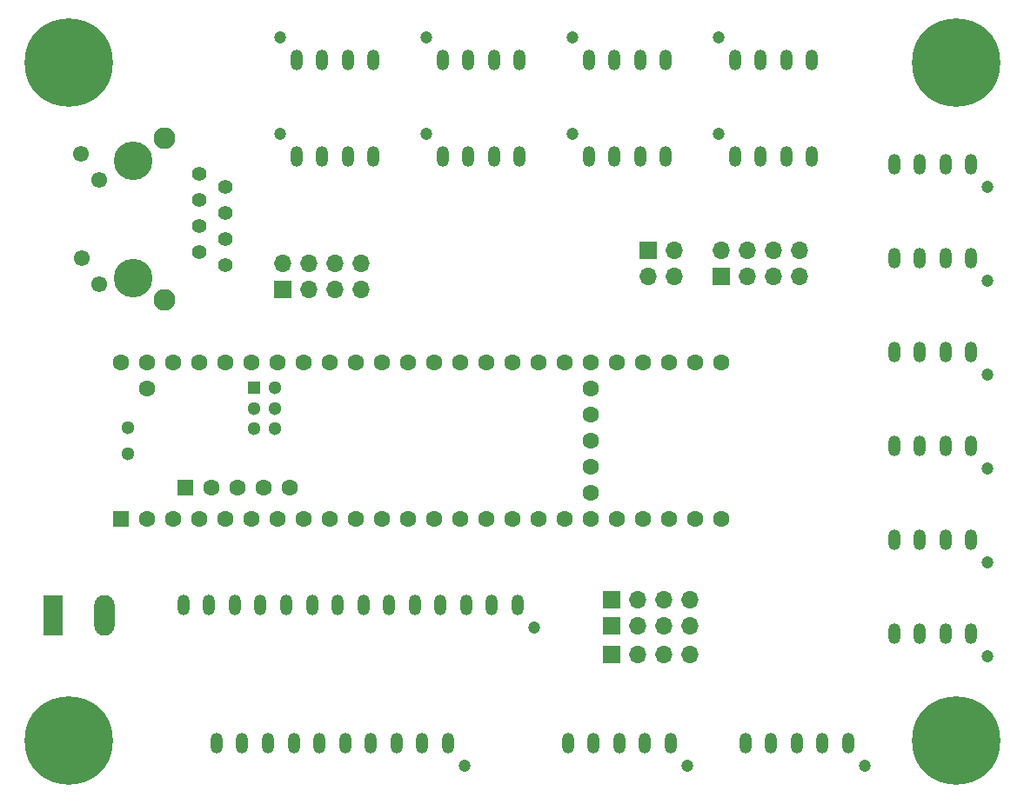
<source format=gbr>
%TF.GenerationSoftware,KiCad,Pcbnew,5.1.9-73d0e3b20d~88~ubuntu20.04.1*%
%TF.CreationDate,2021-02-26T13:03:21-08:00*%
%TF.ProjectId,TeensyMonitorV5,5465656e-7379-44d6-9f6e-69746f725635,rev?*%
%TF.SameCoordinates,Original*%
%TF.FileFunction,Soldermask,Bot*%
%TF.FilePolarity,Negative*%
%FSLAX46Y46*%
G04 Gerber Fmt 4.6, Leading zero omitted, Abs format (unit mm)*
G04 Created by KiCad (PCBNEW 5.1.9-73d0e3b20d~88~ubuntu20.04.1) date 2021-02-26 13:03:21*
%MOMM*%
%LPD*%
G01*
G04 APERTURE LIST*
%ADD10C,1.200000*%
%ADD11O,1.200000X2.000000*%
%ADD12O,1.700000X1.700000*%
%ADD13R,1.700000X1.700000*%
%ADD14C,1.300000*%
%ADD15C,1.600000*%
%ADD16R,1.300000X1.300000*%
%ADD17R,1.600000X1.600000*%
%ADD18C,2.108200*%
%ADD19C,3.759200*%
%ADD20C,1.549400*%
%ADD21C,1.397000*%
%ADD22C,0.900000*%
%ADD23C,8.600000*%
%ADD24O,1.980000X3.960000*%
%ADD25R,1.980000X3.960000*%
G04 APERTURE END LIST*
D10*
%TO.C,J23*%
X158004000Y-75606000D03*
D11*
X156404000Y-73406000D03*
X153904000Y-73406000D03*
X151404000Y-73406000D03*
X148904000Y-73406000D03*
%TD*%
D10*
%TO.C,J22*%
X158004000Y-66462000D03*
D11*
X156404000Y-64262000D03*
X153904000Y-64262000D03*
X151404000Y-64262000D03*
X148904000Y-64262000D03*
%TD*%
D10*
%TO.C,J21*%
X158004000Y-57318000D03*
D11*
X156404000Y-55118000D03*
X153904000Y-55118000D03*
X151404000Y-55118000D03*
X148904000Y-55118000D03*
%TD*%
D10*
%TO.C,J20*%
X158004000Y-48174000D03*
D11*
X156404000Y-45974000D03*
X153904000Y-45974000D03*
X151404000Y-45974000D03*
X148904000Y-45974000D03*
%TD*%
D10*
%TO.C,U50*%
X113862000Y-72812000D03*
D11*
X112262000Y-70612000D03*
X109762000Y-70612000D03*
X107262000Y-70612000D03*
X104762000Y-70612000D03*
X102262000Y-70612000D03*
X99762000Y-70612000D03*
X97262000Y-70612000D03*
X94762000Y-70612000D03*
X92262000Y-70612000D03*
X89762000Y-70612000D03*
X87262000Y-70612000D03*
X84762000Y-70612000D03*
X82262000Y-70612000D03*
X79762000Y-70612000D03*
%TD*%
D10*
%TO.C,J39b1*%
X158004000Y-29886000D03*
D11*
X156404000Y-27686000D03*
X153904000Y-27686000D03*
X151404000Y-27686000D03*
X148904000Y-27686000D03*
%TD*%
D10*
%TO.C,J39a1*%
X158004000Y-39030000D03*
D11*
X156404000Y-36830000D03*
X153904000Y-36830000D03*
X151404000Y-36830000D03*
X148904000Y-36830000D03*
%TD*%
D10*
%TO.C,J55*%
X146046000Y-86274000D03*
D11*
X144446000Y-84074000D03*
X141946000Y-84074000D03*
X139446000Y-84074000D03*
X136946000Y-84074000D03*
X134446000Y-84074000D03*
%TD*%
D10*
%TO.C,J54*%
X128774000Y-86274000D03*
D11*
X127174000Y-84074000D03*
X124674000Y-84074000D03*
X122174000Y-84074000D03*
X119674000Y-84074000D03*
X117174000Y-84074000D03*
%TD*%
D10*
%TO.C,J40*%
X107084000Y-86274000D03*
D11*
X105484000Y-84074000D03*
X102984000Y-84074000D03*
X100484000Y-84074000D03*
X97984000Y-84074000D03*
X95484000Y-84074000D03*
X92984000Y-84074000D03*
X90484000Y-84074000D03*
X87984000Y-84074000D03*
X85484000Y-84074000D03*
X82984000Y-84074000D03*
%TD*%
D10*
%TO.C,J37*%
X131810000Y-24724000D03*
D11*
X133410000Y-26924000D03*
X135910000Y-26924000D03*
X138410000Y-26924000D03*
X140910000Y-26924000D03*
%TD*%
D10*
%TO.C,J36*%
X131810000Y-15326000D03*
D11*
X133410000Y-17526000D03*
X135910000Y-17526000D03*
X138410000Y-17526000D03*
X140910000Y-17526000D03*
%TD*%
D10*
%TO.C,J35*%
X117586000Y-24724000D03*
D11*
X119186000Y-26924000D03*
X121686000Y-26924000D03*
X124186000Y-26924000D03*
X126686000Y-26924000D03*
%TD*%
D10*
%TO.C,J34*%
X117586000Y-15326000D03*
D11*
X119186000Y-17526000D03*
X121686000Y-17526000D03*
X124186000Y-17526000D03*
X126686000Y-17526000D03*
%TD*%
D10*
%TO.C,J33*%
X103362000Y-24724000D03*
D11*
X104962000Y-26924000D03*
X107462000Y-26924000D03*
X109962000Y-26924000D03*
X112462000Y-26924000D03*
%TD*%
D10*
%TO.C,J32*%
X103362000Y-15326000D03*
D11*
X104962000Y-17526000D03*
X107462000Y-17526000D03*
X109962000Y-17526000D03*
X112462000Y-17526000D03*
%TD*%
D10*
%TO.C,J31*%
X89138000Y-24724000D03*
D11*
X90738000Y-26924000D03*
X93238000Y-26924000D03*
X95738000Y-26924000D03*
X98238000Y-26924000D03*
%TD*%
D10*
%TO.C,J30*%
X89138000Y-15326000D03*
D11*
X90738000Y-17526000D03*
X93238000Y-17526000D03*
X95738000Y-17526000D03*
X98238000Y-17526000D03*
%TD*%
D12*
%TO.C,J5*%
X127508000Y-38608000D03*
X124968000Y-38608000D03*
X127508000Y-36068000D03*
D13*
X124968000Y-36068000D03*
%TD*%
D14*
%TO.C,U1*%
X74390000Y-53340000D03*
X74390000Y-55880000D03*
D15*
X119380000Y-49530000D03*
X119380000Y-52070000D03*
X119380000Y-54610000D03*
X119380000Y-57150000D03*
X119380000Y-59690000D03*
D14*
X86630000Y-53428400D03*
X88630000Y-53428400D03*
X88630000Y-51428400D03*
X86630000Y-51428400D03*
X88630000Y-49428400D03*
D16*
X86630000Y-49428400D03*
D15*
X114300000Y-62230000D03*
X116840000Y-62230000D03*
X119380000Y-62230000D03*
X121920000Y-62230000D03*
X111760000Y-62230000D03*
X109220000Y-62230000D03*
X106680000Y-62230000D03*
X124460000Y-62230000D03*
X127000000Y-62230000D03*
X129540000Y-62230000D03*
X132080000Y-62230000D03*
X132080000Y-46990000D03*
X129540000Y-46990000D03*
X127000000Y-46990000D03*
X124460000Y-46990000D03*
X121920000Y-46990000D03*
X119380000Y-46990000D03*
X116840000Y-46990000D03*
X114300000Y-46990000D03*
X111760000Y-46990000D03*
X109220000Y-46990000D03*
X104140000Y-62230000D03*
X101600000Y-62230000D03*
X99060000Y-62230000D03*
X96520000Y-62230000D03*
X93980000Y-62230000D03*
X91440000Y-62230000D03*
X88900000Y-62230000D03*
X86360000Y-62230000D03*
X83820000Y-62230000D03*
X81280000Y-62230000D03*
X78740000Y-62230000D03*
X76200000Y-62230000D03*
D17*
X73660000Y-62230000D03*
D15*
X106680000Y-46990000D03*
X104140000Y-46990000D03*
X101600000Y-46990000D03*
X99060000Y-46990000D03*
X96520000Y-46990000D03*
X93980000Y-46990000D03*
X91440000Y-46990000D03*
X88900000Y-46990000D03*
X86360000Y-46990000D03*
X83820000Y-46990000D03*
X81280000Y-46990000D03*
X78740000Y-46990000D03*
X76200000Y-46990000D03*
X73660000Y-46990000D03*
D17*
X79959200Y-59179200D03*
D15*
X82499200Y-59179200D03*
X85039200Y-59179200D03*
X87579200Y-59179200D03*
X90119200Y-59179200D03*
X76200000Y-49530000D03*
%TD*%
D18*
%TO.C,J4*%
X77940010Y-40894998D03*
X77940010Y-25145002D03*
D19*
X74890010Y-38735000D03*
X74890010Y-27305000D03*
D20*
X71530010Y-39345000D03*
X69830010Y-36805000D03*
X71530010Y-29235000D03*
X69810010Y-26695000D03*
D21*
X81260010Y-36195000D03*
X81260010Y-33655000D03*
X81260010Y-31115000D03*
X81260010Y-28575000D03*
X83800010Y-37465000D03*
X83800010Y-34925000D03*
X83800010Y-32385000D03*
X83800010Y-29845000D03*
%TD*%
D12*
%TO.C,J3*%
X139700000Y-36068000D03*
X139700000Y-38608000D03*
X137160000Y-36068000D03*
X137160000Y-38608000D03*
X134620000Y-36068000D03*
X134620000Y-38608000D03*
X132080000Y-36068000D03*
D13*
X132080000Y-38608000D03*
%TD*%
D22*
%TO.C,H4*%
X157220419Y-81539581D03*
X154940000Y-80595000D03*
X152659581Y-81539581D03*
X151715000Y-83820000D03*
X152659581Y-86100419D03*
X154940000Y-87045000D03*
X157220419Y-86100419D03*
X158165000Y-83820000D03*
D23*
X154940000Y-83820000D03*
%TD*%
D22*
%TO.C,H3*%
X157220419Y-15499581D03*
X154940000Y-14555000D03*
X152659581Y-15499581D03*
X151715000Y-17780000D03*
X152659581Y-20060419D03*
X154940000Y-21005000D03*
X157220419Y-20060419D03*
X158165000Y-17780000D03*
D23*
X154940000Y-17780000D03*
%TD*%
D22*
%TO.C,H2*%
X70860419Y-81539581D03*
X68580000Y-80595000D03*
X66299581Y-81539581D03*
X65355000Y-83820000D03*
X66299581Y-86100419D03*
X68580000Y-87045000D03*
X70860419Y-86100419D03*
X71805000Y-83820000D03*
D23*
X68580000Y-83820000D03*
%TD*%
D22*
%TO.C,H1*%
X70860419Y-15499581D03*
X68580000Y-14555000D03*
X66299581Y-15499581D03*
X65355000Y-17780000D03*
X66299581Y-20060419D03*
X68580000Y-21005000D03*
X70860419Y-20060419D03*
X71805000Y-17780000D03*
D23*
X68580000Y-17780000D03*
%TD*%
D12*
%TO.C,J53*%
X129032000Y-70104000D03*
X126492000Y-70104000D03*
X123952000Y-70104000D03*
D13*
X121412000Y-70104000D03*
%TD*%
D12*
%TO.C,J52*%
X129032000Y-72644000D03*
X126492000Y-72644000D03*
X123952000Y-72644000D03*
D13*
X121412000Y-72644000D03*
%TD*%
D12*
%TO.C,J51*%
X129032000Y-75438000D03*
X126492000Y-75438000D03*
X123952000Y-75438000D03*
D13*
X121412000Y-75438000D03*
%TD*%
D12*
%TO.C,J2*%
X97028000Y-37338000D03*
X97028000Y-39878000D03*
X94488000Y-37338000D03*
X94488000Y-39878000D03*
X91948000Y-37338000D03*
X91948000Y-39878000D03*
X89408000Y-37338000D03*
D13*
X89408000Y-39878000D03*
%TD*%
D24*
%TO.C,J1*%
X72056000Y-71628000D03*
D25*
X67056000Y-71628000D03*
%TD*%
M02*

</source>
